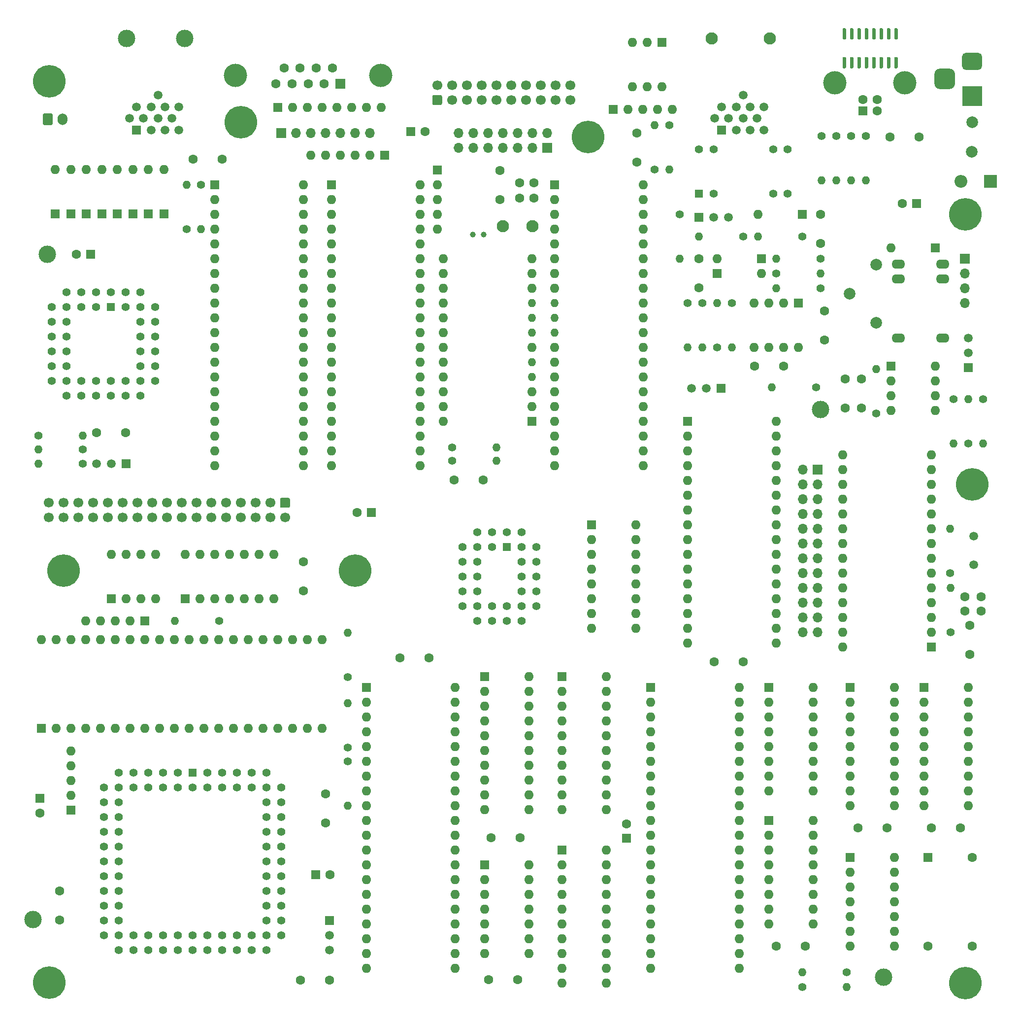
<source format=gbs>
%TF.GenerationSoftware,KiCad,Pcbnew,(5.1.12)-1*%
%TF.CreationDate,2023-01-19T18:01:59+01:00*%
%TF.ProjectId,TELESTRAT2,54454c45-5354-4524-9154-322e6b696361,2.0*%
%TF.SameCoordinates,PX1312d00PYe2accf0*%
%TF.FileFunction,Soldermask,Bot*%
%TF.FilePolarity,Negative*%
%FSLAX46Y46*%
G04 Gerber Fmt 4.6, Leading zero omitted, Abs format (unit mm)*
G04 Created by KiCad (PCBNEW (5.1.12)-1) date 2023-01-19 18:01:59*
%MOMM*%
%LPD*%
G01*
G04 APERTURE LIST*
%ADD10C,1.600000*%
%ADD11O,1.600000X1.600000*%
%ADD12R,1.600000X1.600000*%
%ADD13C,4.000000*%
%ADD14C,2.000000*%
%ADD15C,1.000000*%
%ADD16C,2.100000*%
%ADD17O,1.400000X1.400000*%
%ADD18C,1.400000*%
%ADD19C,1.422400*%
%ADD20R,1.422400X1.422400*%
%ADD21C,3.000000*%
%ADD22O,1.700000X1.700000*%
%ADD23R,1.700000X1.700000*%
%ADD24C,5.600000*%
%ADD25R,1.500000X1.500000*%
%ADD26C,1.500000*%
%ADD27R,1.508000X1.508000*%
%ADD28C,1.508000*%
%ADD29O,2.300000X1.600000*%
%ADD30O,1.700000X2.000000*%
%ADD31O,2.200000X2.200000*%
%ADD32R,2.200000X2.200000*%
%ADD33R,1.400000X1.400000*%
%ADD34R,3.500000X3.500000*%
%ADD35C,1.700000*%
G04 APERTURE END LIST*
D10*
%TO.C,C36*%
X145735000Y103701000D03*
X145735000Y108701000D03*
%TD*%
%TO.C,C35*%
X53660000Y32407000D03*
X53660000Y37407000D03*
%TD*%
D11*
%TO.C,RN5*%
X9845000Y44773000D03*
X9845000Y42233000D03*
X9845000Y39693000D03*
X9845000Y37153000D03*
D12*
X9845000Y34613000D03*
%TD*%
D10*
%TO.C,C28*%
X105349000Y32287000D03*
D12*
X105349000Y29787000D03*
%TD*%
D10*
%TO.C,C2*%
X166309000Y68816000D03*
X166309000Y71316000D03*
%TD*%
D13*
%TO.C,J6*%
X141239000Y159615000D03*
X153239000Y159615000D03*
D10*
X145989000Y156755000D03*
X148489000Y156755000D03*
X148489000Y154755000D03*
D12*
X145989000Y154755000D03*
%TD*%
D10*
%TO.C,C32*%
X89474000Y139769000D03*
X86974000Y139769000D03*
%TD*%
D11*
%TO.C,SW1*%
X111445000Y158946000D03*
X106365000Y166566000D03*
X108905000Y158946000D03*
X108905000Y166566000D03*
X106365000Y158946000D03*
D12*
X111445000Y166566000D03*
%TD*%
D14*
%TO.C,BT1*%
X143775000Y123386000D03*
X148275000Y118386000D03*
X148275000Y128386000D03*
%TD*%
D15*
%TO.C,Y2*%
X78938000Y133546000D03*
X80838000Y133546000D03*
%TD*%
D16*
%TO.C,C31*%
X84140000Y134943000D03*
X89220000Y134943000D03*
%TD*%
D17*
%TO.C,R35*%
X130368000Y107257000D03*
D18*
X137988000Y107257000D03*
%TD*%
D10*
%TO.C,C33*%
X89474000Y142436000D03*
X86974000Y142436000D03*
%TD*%
D11*
%TO.C,U27*%
X73853000Y101415000D03*
X89093000Y129355000D03*
X73853000Y103955000D03*
X89093000Y126815000D03*
X73853000Y106495000D03*
X89093000Y124275000D03*
X73853000Y109035000D03*
D17*
X89093000Y121735000D03*
D11*
X73853000Y111575000D03*
D17*
X89093000Y119195000D03*
D11*
X73853000Y114115000D03*
D17*
X89093000Y116655000D03*
D11*
X73853000Y116655000D03*
X89093000Y114115000D03*
X73853000Y119195000D03*
D17*
X89093000Y111575000D03*
D11*
X73853000Y121735000D03*
D17*
X89093000Y109035000D03*
D11*
X73853000Y124275000D03*
X89093000Y106495000D03*
X73853000Y126815000D03*
X89093000Y103955000D03*
X73853000Y129355000D03*
D12*
X89093000Y101415000D03*
%TD*%
D11*
%TO.C,U6*%
X69916000Y142055000D03*
X54676000Y93795000D03*
X69916000Y139515000D03*
X54676000Y96335000D03*
X69916000Y136975000D03*
X54676000Y98875000D03*
X69916000Y134435000D03*
X54676000Y101415000D03*
X69916000Y131895000D03*
X54676000Y103955000D03*
X69916000Y129355000D03*
X54676000Y106495000D03*
X69916000Y126815000D03*
X54676000Y109035000D03*
X69916000Y124275000D03*
X54676000Y111575000D03*
X69916000Y121735000D03*
X54676000Y114115000D03*
X69916000Y119195000D03*
X54676000Y116655000D03*
X69916000Y116655000D03*
X54676000Y119195000D03*
X69916000Y114115000D03*
X54676000Y121735000D03*
X69916000Y111575000D03*
X54676000Y124275000D03*
X69916000Y109035000D03*
X54676000Y126815000D03*
X69916000Y106495000D03*
X54676000Y129355000D03*
X69916000Y103955000D03*
X54676000Y131895000D03*
X69916000Y101415000D03*
X54676000Y134435000D03*
X69916000Y98875000D03*
X54676000Y136975000D03*
X69916000Y96335000D03*
X54676000Y139515000D03*
X69916000Y93795000D03*
D12*
X54676000Y142055000D03*
%TD*%
D17*
%TO.C,R6*%
X160975000Y83000000D03*
D18*
X160975000Y75380000D03*
%TD*%
D10*
%TO.C,C1*%
X163515000Y68816000D03*
X163515000Y71316000D03*
%TD*%
D11*
%TO.C,D7*%
X25847000Y144722000D03*
D12*
X25847000Y137102000D03*
%TD*%
D17*
%TO.C,R10*%
X29784000Y142055000D03*
D18*
X29784000Y134435000D03*
%TD*%
D11*
%TO.C,D8*%
X9845000Y144722000D03*
D12*
X9845000Y137102000D03*
%TD*%
D11*
%TO.C,D6*%
X20513000Y144722000D03*
D12*
X20513000Y137102000D03*
%TD*%
D11*
%TO.C,D5*%
X15179000Y144722000D03*
D12*
X15179000Y137102000D03*
%TD*%
D11*
%TO.C,D4*%
X7178000Y144722000D03*
D12*
X7178000Y137102000D03*
%TD*%
D11*
%TO.C,D3*%
X23180000Y144722000D03*
D12*
X23180000Y137102000D03*
%TD*%
D11*
%TO.C,D2*%
X17846000Y144722000D03*
D12*
X17846000Y137102000D03*
%TD*%
D11*
%TO.C,D1*%
X12512000Y144722000D03*
D12*
X12512000Y137102000D03*
%TD*%
D10*
%TO.C,C27*%
X54422000Y23564000D03*
D12*
X51922000Y23564000D03*
%TD*%
D10*
%TO.C,C26*%
X59034000Y85794000D03*
D12*
X61534000Y85794000D03*
%TD*%
D19*
%TO.C,U16*%
X46040000Y36010000D03*
X46040000Y33470000D03*
X46040000Y30930000D03*
X46040000Y28390000D03*
X46040000Y25850000D03*
X46040000Y23310000D03*
X46040000Y20770000D03*
X46040000Y18230000D03*
X46040000Y15690000D03*
X46040000Y13150000D03*
X43500000Y36010000D03*
X43500000Y33470000D03*
X43500000Y30930000D03*
X43500000Y28390000D03*
X43500000Y25850000D03*
X43500000Y23310000D03*
X43500000Y20770000D03*
X43500000Y18230000D03*
X43500000Y15690000D03*
X43500000Y13150000D03*
X43500000Y10610000D03*
X40960000Y10610000D03*
X38420000Y10610000D03*
X35880000Y10610000D03*
X33340000Y10610000D03*
X30800000Y10610000D03*
X28260000Y10610000D03*
X25720000Y10610000D03*
X23180000Y10610000D03*
X20640000Y10610000D03*
X18100000Y10610000D03*
X40960000Y13150000D03*
X38420000Y13150000D03*
X35880000Y13150000D03*
X33340000Y13150000D03*
X30800000Y13150000D03*
X28260000Y13150000D03*
X25720000Y13150000D03*
X23180000Y13150000D03*
X20640000Y13150000D03*
X18100000Y13150000D03*
X15560000Y13150000D03*
X15560000Y15690000D03*
X15560000Y18230000D03*
X15560000Y20770000D03*
X15560000Y23310000D03*
X15560000Y25850000D03*
X15560000Y28390000D03*
X15560000Y30930000D03*
X15560000Y33470000D03*
X15560000Y36010000D03*
X15560000Y38550000D03*
X18100000Y15690000D03*
X18100000Y18230000D03*
X18100000Y20770000D03*
X18100000Y23310000D03*
X18100000Y25850000D03*
X18100000Y28390000D03*
X18100000Y30930000D03*
X18100000Y33470000D03*
X18100000Y36010000D03*
X18100000Y38550000D03*
X43500000Y41090000D03*
X40960000Y41090000D03*
X38420000Y41090000D03*
X35880000Y41090000D03*
X33340000Y41090000D03*
X18100000Y41090000D03*
X20640000Y41090000D03*
X23180000Y41090000D03*
X25720000Y41090000D03*
X28260000Y41090000D03*
D20*
X30800000Y41090000D03*
D19*
X46040000Y38550000D03*
X43500000Y38550000D03*
X40960000Y38550000D03*
X38420000Y38550000D03*
X35880000Y38550000D03*
X33340000Y38550000D03*
X20640000Y38550000D03*
X23180000Y38550000D03*
X25720000Y38550000D03*
X28260000Y38550000D03*
X30800000Y38550000D03*
%TD*%
D17*
%TO.C,R4*%
X57470000Y65093000D03*
D18*
X57470000Y57473000D03*
%TD*%
D21*
%TO.C,J1*%
X138750000Y103447000D03*
%TD*%
%TO.C,J3*%
X5781000Y130117000D03*
%TD*%
%TO.C,J2*%
X149545000Y5911000D03*
%TD*%
%TO.C,J4*%
X3368000Y15817000D03*
%TD*%
D11*
%TO.C,RN4*%
X113223000Y155009000D03*
X110683000Y155009000D03*
X108143000Y155009000D03*
X105603000Y155009000D03*
D12*
X103063000Y155009000D03*
%TD*%
D17*
%TO.C,R8*%
X4257000Y94176000D03*
D18*
X11877000Y94176000D03*
%TD*%
D22*
%TO.C,J10*%
X135702000Y65220000D03*
X138242000Y65220000D03*
X135702000Y67760000D03*
X138242000Y67760000D03*
X135702000Y70300000D03*
X138242000Y70300000D03*
X135702000Y72840000D03*
X138242000Y72840000D03*
X135702000Y75380000D03*
X138242000Y75380000D03*
X135702000Y77920000D03*
X138242000Y77920000D03*
X135702000Y80460000D03*
X138242000Y80460000D03*
X135702000Y83000000D03*
X138242000Y83000000D03*
X135702000Y85540000D03*
X138242000Y85540000D03*
X135702000Y88080000D03*
X138242000Y88080000D03*
X135702000Y90620000D03*
X138242000Y90620000D03*
X135702000Y93160000D03*
D23*
X138242000Y93160000D03*
%TD*%
D24*
%TO.C,H5*%
X164785000Y90620000D03*
%TD*%
D19*
%TO.C,U18*%
X89855000Y79825000D03*
X89855000Y77285000D03*
X89855000Y74745000D03*
X89855000Y72205000D03*
X87315000Y77285000D03*
X87315000Y74745000D03*
X87315000Y72205000D03*
X87315000Y69665000D03*
X87315000Y67125000D03*
X84775000Y67125000D03*
X82235000Y67125000D03*
X79695000Y67125000D03*
X89855000Y69665000D03*
X84775000Y69665000D03*
X82235000Y69665000D03*
X79695000Y69665000D03*
X77155000Y69665000D03*
X77155000Y72205000D03*
X77155000Y74745000D03*
X77155000Y77285000D03*
X77155000Y79825000D03*
X79695000Y72205000D03*
X79695000Y74745000D03*
X79695000Y77285000D03*
X79695000Y79825000D03*
X87315000Y82365000D03*
X84775000Y82365000D03*
X79695000Y82365000D03*
X82235000Y82365000D03*
X87315000Y79825000D03*
X82235000Y79825000D03*
D20*
X84775000Y79825000D03*
%TD*%
D22*
%TO.C,J5*%
X76520000Y150945000D03*
X76520000Y148405000D03*
X79060000Y150945000D03*
X79060000Y148405000D03*
X81600000Y150945000D03*
X81600000Y148405000D03*
X84140000Y150945000D03*
X84140000Y148405000D03*
X86680000Y150945000D03*
X86680000Y148405000D03*
X89220000Y150945000D03*
X89220000Y148405000D03*
X91760000Y150945000D03*
D23*
X91760000Y148405000D03*
%TD*%
D11*
%TO.C,RN1*%
X72837000Y134435000D03*
X72837000Y136975000D03*
X72837000Y139515000D03*
X72837000Y142055000D03*
D12*
X72837000Y144595000D03*
%TD*%
D24*
%TO.C,H6*%
X6162000Y5022000D03*
%TD*%
%TO.C,H9*%
X163642000Y4895000D03*
%TD*%
D17*
%TO.C,R15*%
X148275000Y110432000D03*
D18*
X148275000Y102812000D03*
%TD*%
D10*
%TO.C,C15*%
X142941000Y103701000D03*
X142941000Y108701000D03*
%TD*%
D13*
%TO.C,J12*%
X38166000Y160851000D03*
X63160000Y160851000D03*
D10*
X46505000Y162121000D03*
X49275000Y162121000D03*
X52045000Y162121000D03*
X54815000Y162121000D03*
X45120000Y159454000D03*
X47890000Y159454000D03*
X50660000Y159454000D03*
X53430000Y159454000D03*
D23*
X56200000Y159454000D03*
%TD*%
D25*
%TO.C,Q4*%
X121605000Y107130000D03*
D26*
X116525000Y107130000D03*
X119065000Y107130000D03*
%TD*%
D25*
%TO.C,Q3*%
X117795000Y136467000D03*
D26*
X122875000Y136467000D03*
X120335000Y136467000D03*
%TD*%
D25*
%TO.C,Q2*%
X164150000Y110686000D03*
D26*
X164150000Y115766000D03*
X164150000Y113226000D03*
%TD*%
D16*
%TO.C,J14*%
X120034000Y167201000D03*
X130034000Y167201000D03*
D27*
X121734000Y151501000D03*
D28*
X124234000Y151501000D03*
X126634000Y151501000D03*
X129034000Y151501000D03*
X120534000Y153501000D03*
X122934000Y153501000D03*
X125434000Y153501000D03*
X127834000Y153501000D03*
X121734000Y155501000D03*
X124234000Y155501000D03*
X126634000Y155501000D03*
X129034000Y155501000D03*
X125434000Y157501000D03*
%TD*%
D21*
%TO.C,J8*%
X19450000Y167201000D03*
X29450000Y167201000D03*
D27*
X21150000Y151501000D03*
D28*
X23650000Y151501000D03*
X26050000Y151501000D03*
X28450000Y151501000D03*
X19950000Y153501000D03*
X22350000Y153501000D03*
X24850000Y153501000D03*
X27250000Y153501000D03*
X21150000Y155501000D03*
X23650000Y155501000D03*
X26050000Y155501000D03*
X28450000Y155501000D03*
X24850000Y157501000D03*
%TD*%
D29*
%TO.C,K1*%
X159705000Y128466000D03*
X152085000Y128466000D03*
X159705000Y125926000D03*
X159705000Y115766000D03*
X152085000Y125926000D03*
X152085000Y115766000D03*
%TD*%
D17*
%TO.C,R21*%
X114493000Y129355000D03*
D18*
X114493000Y136975000D03*
%TD*%
D17*
%TO.C,R2*%
X82997000Y96970000D03*
D18*
X75377000Y96970000D03*
%TD*%
D25*
%TO.C,Q1*%
X19370000Y94176000D03*
D26*
X14290000Y94176000D03*
X16830000Y94176000D03*
%TD*%
D17*
%TO.C,R23*%
X143957000Y142817000D03*
D18*
X143957000Y150437000D03*
%TD*%
D17*
%TO.C,R22*%
X146497000Y142817000D03*
D18*
X146497000Y150437000D03*
%TD*%
D17*
%TO.C,R25*%
X141417000Y142817000D03*
D18*
X141417000Y150437000D03*
%TD*%
D17*
%TO.C,R24*%
X138877000Y142817000D03*
D18*
X138877000Y150437000D03*
%TD*%
D22*
%TO.C,J11*%
X61280000Y150945000D03*
X58740000Y150945000D03*
X56200000Y150945000D03*
X53660000Y150945000D03*
X51120000Y150945000D03*
X48580000Y150945000D03*
D23*
X46040000Y150945000D03*
%TD*%
D24*
%TO.C,H2*%
X39055000Y152850000D03*
%TD*%
%TO.C,H1*%
X98745000Y150310000D03*
%TD*%
D10*
%TO.C,C23*%
X10774000Y130117000D03*
D12*
X13274000Y130117000D03*
%TD*%
D17*
%TO.C,R12*%
X32197000Y134435000D03*
D18*
X32197000Y142055000D03*
%TD*%
D10*
%TO.C,C8*%
X30880000Y146500000D03*
X35880000Y146500000D03*
%TD*%
%TO.C,C22*%
X75711000Y91382000D03*
X80711000Y91382000D03*
%TD*%
D17*
%TO.C,R11*%
X4257000Y96589000D03*
D18*
X11877000Y96589000D03*
%TD*%
D17*
%TO.C,R9*%
X11877000Y99002000D03*
D18*
X4257000Y99002000D03*
%TD*%
D10*
%TO.C,C6*%
X49850000Y72285000D03*
X49850000Y77285000D03*
%TD*%
%TO.C,C5*%
X120415000Y60140000D03*
X125415000Y60140000D03*
%TD*%
%TO.C,C4*%
X164404000Y61363000D03*
X164404000Y66363000D03*
%TD*%
D24*
%TO.C,H4*%
X58740000Y75761000D03*
%TD*%
%TO.C,H3*%
X8575000Y75761000D03*
%TD*%
D17*
%TO.C,R32*%
X27752000Y67125000D03*
D18*
X35372000Y67125000D03*
%TD*%
D19*
%TO.C,U10*%
X24323000Y121100000D03*
X24323000Y118560000D03*
X24323000Y116020000D03*
X24323000Y113480000D03*
X24323000Y110940000D03*
X21783000Y123640000D03*
X21783000Y118560000D03*
X21783000Y116020000D03*
X21783000Y113480000D03*
X21783000Y110940000D03*
X21783000Y108400000D03*
X21783000Y105860000D03*
X19243000Y105860000D03*
X16703000Y105860000D03*
X14163000Y105860000D03*
X11623000Y105860000D03*
X9083000Y105860000D03*
X24323000Y108400000D03*
X19243000Y108400000D03*
X16703000Y108400000D03*
X14163000Y108400000D03*
X11623000Y108400000D03*
X9083000Y108400000D03*
X6543000Y108400000D03*
X6543000Y110940000D03*
X6543000Y113480000D03*
X6543000Y116020000D03*
X6543000Y118560000D03*
X6543000Y121100000D03*
X9083000Y110940000D03*
X9083000Y113480000D03*
X9083000Y116020000D03*
X9083000Y118560000D03*
X9083000Y121100000D03*
X19243000Y123640000D03*
X16703000Y123640000D03*
X9083000Y123640000D03*
X11623000Y123640000D03*
X14163000Y123640000D03*
X21783000Y121100000D03*
X19243000Y121100000D03*
X11623000Y121100000D03*
X14163000Y121100000D03*
D20*
X16703000Y121100000D03*
%TD*%
D17*
%TO.C,R30*%
X131130000Y124275000D03*
D18*
X138750000Y124275000D03*
%TD*%
D17*
%TO.C,R36*%
X115890000Y114115000D03*
D18*
X115890000Y121735000D03*
%TD*%
D17*
%TO.C,R34*%
X118430000Y114115000D03*
D18*
X118430000Y121735000D03*
%TD*%
D17*
%TO.C,R33*%
X120970000Y121735000D03*
D18*
X120970000Y114115000D03*
%TD*%
D17*
%TO.C,R31*%
X123510000Y114115000D03*
D18*
X123510000Y121735000D03*
%TD*%
D17*
%TO.C,R29*%
X138750000Y126815000D03*
D18*
X131130000Y126815000D03*
%TD*%
D17*
%TO.C,R27*%
X117795000Y133165000D03*
D18*
X125415000Y133165000D03*
%TD*%
D17*
%TO.C,R26*%
X127955000Y133165000D03*
D18*
X135575000Y133165000D03*
%TD*%
D17*
%TO.C,R28*%
X131130000Y129355000D03*
D18*
X138750000Y129355000D03*
%TD*%
D17*
%TO.C,R3*%
X57470000Y53028000D03*
D18*
X57470000Y45408000D03*
%TD*%
D17*
%TO.C,R20*%
X110175000Y152342000D03*
D18*
X110175000Y144722000D03*
%TD*%
D17*
%TO.C,R19*%
X112715000Y144722000D03*
D18*
X112715000Y152342000D03*
%TD*%
D11*
%TO.C,U25*%
X151450000Y55695000D03*
X143830000Y35375000D03*
X151450000Y53155000D03*
X143830000Y37915000D03*
X151450000Y50615000D03*
X143830000Y40455000D03*
X151450000Y48075000D03*
X143830000Y42995000D03*
X151450000Y45535000D03*
X143830000Y45535000D03*
X151450000Y42995000D03*
X143830000Y48075000D03*
X151450000Y40455000D03*
X143830000Y50615000D03*
X151450000Y37915000D03*
X143830000Y53155000D03*
X151450000Y35375000D03*
D12*
X143830000Y55695000D03*
%TD*%
D11*
%TO.C,U24*%
X164150000Y55695000D03*
X156530000Y35375000D03*
X164150000Y53155000D03*
X156530000Y37915000D03*
X164150000Y50615000D03*
X156530000Y40455000D03*
X164150000Y48075000D03*
X156530000Y42995000D03*
X164150000Y45535000D03*
X156530000Y45535000D03*
X164150000Y42995000D03*
X156530000Y48075000D03*
X164150000Y40455000D03*
X156530000Y50615000D03*
X164150000Y37915000D03*
X156530000Y53155000D03*
X164150000Y35375000D03*
D12*
X156530000Y55695000D03*
%TD*%
D17*
%TO.C,R14*%
X164150000Y105225000D03*
D18*
X164150000Y97605000D03*
%TD*%
D17*
%TO.C,R16*%
X161610000Y97605000D03*
D18*
X161610000Y105225000D03*
%TD*%
D17*
%TO.C,R13*%
X166690000Y97605000D03*
D18*
X166690000Y105225000D03*
%TD*%
D25*
%TO.C,U7*%
X54295000Y15690000D03*
D26*
X54295000Y10610000D03*
X54295000Y13150000D03*
%TD*%
D22*
%TO.C,J7*%
X163515000Y121735000D03*
X163515000Y124275000D03*
X163515000Y126815000D03*
D23*
X163515000Y129355000D03*
%TD*%
D30*
%TO.C,J15*%
X8408000Y153358000D03*
G36*
G01*
X5058000Y152608000D02*
X5058000Y154108000D01*
G75*
G02*
X5308000Y154358000I250000J0D01*
G01*
X6508000Y154358000D01*
G75*
G02*
X6758000Y154108000I0J-250000D01*
G01*
X6758000Y152608000D01*
G75*
G02*
X6508000Y152358000I-250000J0D01*
G01*
X5308000Y152358000D01*
G75*
G02*
X5058000Y152608000I0J250000D01*
G01*
G37*
%TD*%
D14*
%TO.C,F1*%
X164775000Y147770000D03*
X164785000Y152850000D03*
%TD*%
D31*
%TO.C,D10*%
X162880000Y142690000D03*
D32*
X167960000Y142690000D03*
%TD*%
D11*
%TO.C,RN3*%
X51120000Y147135000D03*
X53660000Y147135000D03*
X56200000Y147135000D03*
X58740000Y147135000D03*
X61280000Y147135000D03*
D12*
X63820000Y147135000D03*
%TD*%
D11*
%TO.C,RN2*%
X63185000Y155390000D03*
X60645000Y155390000D03*
X58105000Y155390000D03*
X55565000Y155390000D03*
X53025000Y155390000D03*
X50485000Y155390000D03*
X47945000Y155390000D03*
D12*
X45405000Y155390000D03*
%TD*%
D10*
%TO.C,C25*%
X4511000Y34145000D03*
D12*
X4511000Y36645000D03*
%TD*%
D10*
%TO.C,C21*%
X54295000Y5403000D03*
X49295000Y5403000D03*
%TD*%
%TO.C,C20*%
X19290000Y99510000D03*
X14290000Y99510000D03*
%TD*%
%TO.C,C19*%
X139385000Y120385000D03*
X139385000Y115385000D03*
%TD*%
%TO.C,C18*%
X83632000Y139515000D03*
X83632000Y144515000D03*
%TD*%
%TO.C,C17*%
X86680000Y5530000D03*
X81680000Y5530000D03*
%TD*%
%TO.C,C16*%
X71440000Y60775000D03*
X66440000Y60775000D03*
%TD*%
%TO.C,C14*%
X7940000Y15770000D03*
X7940000Y20770000D03*
%TD*%
%TO.C,C13*%
X136130000Y11245000D03*
X131130000Y11245000D03*
%TD*%
%TO.C,C12*%
X82061000Y29914000D03*
X87061000Y29914000D03*
%TD*%
%TO.C,C10*%
X150180000Y31565000D03*
X145180000Y31565000D03*
%TD*%
%TO.C,C7*%
X162800000Y31565000D03*
X157800000Y31565000D03*
%TD*%
D17*
%TO.C,R5*%
X82997000Y94684000D03*
D18*
X75377000Y94684000D03*
%TD*%
%TO.C,U9*%
G36*
G01*
X142664000Y164050000D02*
X142964000Y164050000D01*
G75*
G02*
X143114000Y163900000I0J-150000D01*
G01*
X143114000Y162250000D01*
G75*
G02*
X142964000Y162100000I-150000J0D01*
G01*
X142664000Y162100000D01*
G75*
G02*
X142514000Y162250000I0J150000D01*
G01*
X142514000Y163900000D01*
G75*
G02*
X142664000Y164050000I150000J0D01*
G01*
G37*
G36*
G01*
X143934000Y164050000D02*
X144234000Y164050000D01*
G75*
G02*
X144384000Y163900000I0J-150000D01*
G01*
X144384000Y162250000D01*
G75*
G02*
X144234000Y162100000I-150000J0D01*
G01*
X143934000Y162100000D01*
G75*
G02*
X143784000Y162250000I0J150000D01*
G01*
X143784000Y163900000D01*
G75*
G02*
X143934000Y164050000I150000J0D01*
G01*
G37*
G36*
G01*
X145204000Y164050000D02*
X145504000Y164050000D01*
G75*
G02*
X145654000Y163900000I0J-150000D01*
G01*
X145654000Y162250000D01*
G75*
G02*
X145504000Y162100000I-150000J0D01*
G01*
X145204000Y162100000D01*
G75*
G02*
X145054000Y162250000I0J150000D01*
G01*
X145054000Y163900000D01*
G75*
G02*
X145204000Y164050000I150000J0D01*
G01*
G37*
G36*
G01*
X146474000Y164050000D02*
X146774000Y164050000D01*
G75*
G02*
X146924000Y163900000I0J-150000D01*
G01*
X146924000Y162250000D01*
G75*
G02*
X146774000Y162100000I-150000J0D01*
G01*
X146474000Y162100000D01*
G75*
G02*
X146324000Y162250000I0J150000D01*
G01*
X146324000Y163900000D01*
G75*
G02*
X146474000Y164050000I150000J0D01*
G01*
G37*
G36*
G01*
X147744000Y164050000D02*
X148044000Y164050000D01*
G75*
G02*
X148194000Y163900000I0J-150000D01*
G01*
X148194000Y162250000D01*
G75*
G02*
X148044000Y162100000I-150000J0D01*
G01*
X147744000Y162100000D01*
G75*
G02*
X147594000Y162250000I0J150000D01*
G01*
X147594000Y163900000D01*
G75*
G02*
X147744000Y164050000I150000J0D01*
G01*
G37*
G36*
G01*
X149014000Y164050000D02*
X149314000Y164050000D01*
G75*
G02*
X149464000Y163900000I0J-150000D01*
G01*
X149464000Y162250000D01*
G75*
G02*
X149314000Y162100000I-150000J0D01*
G01*
X149014000Y162100000D01*
G75*
G02*
X148864000Y162250000I0J150000D01*
G01*
X148864000Y163900000D01*
G75*
G02*
X149014000Y164050000I150000J0D01*
G01*
G37*
G36*
G01*
X150284000Y164050000D02*
X150584000Y164050000D01*
G75*
G02*
X150734000Y163900000I0J-150000D01*
G01*
X150734000Y162250000D01*
G75*
G02*
X150584000Y162100000I-150000J0D01*
G01*
X150284000Y162100000D01*
G75*
G02*
X150134000Y162250000I0J150000D01*
G01*
X150134000Y163900000D01*
G75*
G02*
X150284000Y164050000I150000J0D01*
G01*
G37*
G36*
G01*
X151554000Y164050000D02*
X151854000Y164050000D01*
G75*
G02*
X152004000Y163900000I0J-150000D01*
G01*
X152004000Y162250000D01*
G75*
G02*
X151854000Y162100000I-150000J0D01*
G01*
X151554000Y162100000D01*
G75*
G02*
X151404000Y162250000I0J150000D01*
G01*
X151404000Y163900000D01*
G75*
G02*
X151554000Y164050000I150000J0D01*
G01*
G37*
G36*
G01*
X151554000Y169000000D02*
X151854000Y169000000D01*
G75*
G02*
X152004000Y168850000I0J-150000D01*
G01*
X152004000Y167200000D01*
G75*
G02*
X151854000Y167050000I-150000J0D01*
G01*
X151554000Y167050000D01*
G75*
G02*
X151404000Y167200000I0J150000D01*
G01*
X151404000Y168850000D01*
G75*
G02*
X151554000Y169000000I150000J0D01*
G01*
G37*
G36*
G01*
X150284000Y169000000D02*
X150584000Y169000000D01*
G75*
G02*
X150734000Y168850000I0J-150000D01*
G01*
X150734000Y167200000D01*
G75*
G02*
X150584000Y167050000I-150000J0D01*
G01*
X150284000Y167050000D01*
G75*
G02*
X150134000Y167200000I0J150000D01*
G01*
X150134000Y168850000D01*
G75*
G02*
X150284000Y169000000I150000J0D01*
G01*
G37*
G36*
G01*
X149014000Y169000000D02*
X149314000Y169000000D01*
G75*
G02*
X149464000Y168850000I0J-150000D01*
G01*
X149464000Y167200000D01*
G75*
G02*
X149314000Y167050000I-150000J0D01*
G01*
X149014000Y167050000D01*
G75*
G02*
X148864000Y167200000I0J150000D01*
G01*
X148864000Y168850000D01*
G75*
G02*
X149014000Y169000000I150000J0D01*
G01*
G37*
G36*
G01*
X147744000Y169000000D02*
X148044000Y169000000D01*
G75*
G02*
X148194000Y168850000I0J-150000D01*
G01*
X148194000Y167200000D01*
G75*
G02*
X148044000Y167050000I-150000J0D01*
G01*
X147744000Y167050000D01*
G75*
G02*
X147594000Y167200000I0J150000D01*
G01*
X147594000Y168850000D01*
G75*
G02*
X147744000Y169000000I150000J0D01*
G01*
G37*
G36*
G01*
X146474000Y169000000D02*
X146774000Y169000000D01*
G75*
G02*
X146924000Y168850000I0J-150000D01*
G01*
X146924000Y167200000D01*
G75*
G02*
X146774000Y167050000I-150000J0D01*
G01*
X146474000Y167050000D01*
G75*
G02*
X146324000Y167200000I0J150000D01*
G01*
X146324000Y168850000D01*
G75*
G02*
X146474000Y169000000I150000J0D01*
G01*
G37*
G36*
G01*
X145204000Y169000000D02*
X145504000Y169000000D01*
G75*
G02*
X145654000Y168850000I0J-150000D01*
G01*
X145654000Y167200000D01*
G75*
G02*
X145504000Y167050000I-150000J0D01*
G01*
X145204000Y167050000D01*
G75*
G02*
X145054000Y167200000I0J150000D01*
G01*
X145054000Y168850000D01*
G75*
G02*
X145204000Y169000000I150000J0D01*
G01*
G37*
G36*
G01*
X143934000Y169000000D02*
X144234000Y169000000D01*
G75*
G02*
X144384000Y168850000I0J-150000D01*
G01*
X144384000Y167200000D01*
G75*
G02*
X144234000Y167050000I-150000J0D01*
G01*
X143934000Y167050000D01*
G75*
G02*
X143784000Y167200000I0J150000D01*
G01*
X143784000Y168850000D01*
G75*
G02*
X143934000Y169000000I150000J0D01*
G01*
G37*
G36*
G01*
X142664000Y169000000D02*
X142964000Y169000000D01*
G75*
G02*
X143114000Y168850000I0J-150000D01*
G01*
X143114000Y167200000D01*
G75*
G02*
X142964000Y167050000I-150000J0D01*
G01*
X142664000Y167050000D01*
G75*
G02*
X142514000Y167200000I0J150000D01*
G01*
X142514000Y168850000D01*
G75*
G02*
X142664000Y169000000I150000J0D01*
G01*
G37*
%TD*%
D10*
%TO.C,C3*%
X155688000Y150310000D03*
X150688000Y150310000D03*
%TD*%
D17*
%TO.C,R7*%
X161102000Y72840000D03*
D18*
X161102000Y65220000D03*
%TD*%
D11*
%TO.C,U3*%
X142560000Y62680000D03*
X157800000Y95700000D03*
X142560000Y65220000D03*
X157800000Y93160000D03*
X142560000Y67760000D03*
X157800000Y90620000D03*
X142560000Y70300000D03*
X157800000Y88080000D03*
X142560000Y72840000D03*
X157800000Y85540000D03*
X142560000Y75380000D03*
X157800000Y83000000D03*
X142560000Y77920000D03*
X157800000Y80460000D03*
X142560000Y80460000D03*
X157800000Y77920000D03*
X142560000Y83000000D03*
X157800000Y75380000D03*
X142560000Y85540000D03*
X157800000Y72840000D03*
X142560000Y88080000D03*
X157800000Y70300000D03*
X142560000Y90620000D03*
X157800000Y67760000D03*
X142560000Y93160000D03*
X157800000Y65220000D03*
X142560000Y95700000D03*
D12*
X157800000Y62680000D03*
%TD*%
D17*
%TO.C,R1*%
X57470000Y35375000D03*
D18*
X57470000Y42995000D03*
%TD*%
D11*
%TO.C,U21*%
X131130000Y101415000D03*
X115890000Y63315000D03*
X131130000Y98875000D03*
X115890000Y65855000D03*
X131130000Y96335000D03*
X115890000Y68395000D03*
X131130000Y93795000D03*
X115890000Y70935000D03*
X131130000Y91255000D03*
X115890000Y73475000D03*
X131130000Y88715000D03*
X115890000Y76015000D03*
X131130000Y86175000D03*
X115890000Y78555000D03*
X131130000Y83635000D03*
X115890000Y81095000D03*
X131130000Y81095000D03*
X115890000Y83635000D03*
X131130000Y78555000D03*
X115890000Y86175000D03*
X131130000Y76015000D03*
X115890000Y88715000D03*
X131130000Y73475000D03*
X115890000Y91255000D03*
X131130000Y70935000D03*
X115890000Y93795000D03*
X131130000Y68395000D03*
X115890000Y96335000D03*
X131130000Y65855000D03*
X115890000Y98875000D03*
X131130000Y63315000D03*
D12*
X115890000Y101415000D03*
%TD*%
D26*
%TO.C,Y1*%
X165039000Y76850000D03*
X165039000Y81730000D03*
%TD*%
D10*
%TO.C,X1*%
X157165000Y11245000D03*
X164785000Y11245000D03*
X164785000Y26485000D03*
D12*
X157165000Y26485000D03*
%TD*%
D11*
%TO.C,U28*%
X16830000Y78555000D03*
X24450000Y70935000D03*
X19370000Y78555000D03*
X21910000Y70935000D03*
X21910000Y78555000D03*
X19370000Y70935000D03*
X24450000Y78555000D03*
D12*
X16830000Y70935000D03*
%TD*%
D11*
%TO.C,U22*%
X29530000Y78555000D03*
X44770000Y70935000D03*
X32070000Y78555000D03*
X42230000Y70935000D03*
X34610000Y78555000D03*
X39690000Y70935000D03*
X37150000Y78555000D03*
X37150000Y70935000D03*
X39690000Y78555000D03*
X34610000Y70935000D03*
X42230000Y78555000D03*
X32070000Y70935000D03*
X44770000Y78555000D03*
D12*
X29530000Y70935000D03*
%TD*%
D11*
%TO.C,U26*%
X4765000Y63950000D03*
X53025000Y48710000D03*
X7305000Y63950000D03*
X50485000Y48710000D03*
X9845000Y63950000D03*
X47945000Y48710000D03*
X12385000Y63950000D03*
X45405000Y48710000D03*
X14925000Y63950000D03*
X42865000Y48710000D03*
X17465000Y63950000D03*
X40325000Y48710000D03*
X20005000Y63950000D03*
X37785000Y48710000D03*
X22545000Y63950000D03*
X35245000Y48710000D03*
X25085000Y63950000D03*
X32705000Y48710000D03*
X27625000Y63950000D03*
X30165000Y48710000D03*
X30165000Y63950000D03*
X27625000Y48710000D03*
X32705000Y63950000D03*
X25085000Y48710000D03*
X35245000Y63950000D03*
X22545000Y48710000D03*
X37785000Y63950000D03*
X20005000Y48710000D03*
X40325000Y63950000D03*
X17465000Y48710000D03*
X42865000Y63950000D03*
X14925000Y48710000D03*
X45405000Y63950000D03*
X12385000Y48710000D03*
X47945000Y63950000D03*
X9845000Y48710000D03*
X50485000Y63950000D03*
X7305000Y48710000D03*
X53025000Y63950000D03*
D12*
X4765000Y48710000D03*
%TD*%
D11*
%TO.C,U20*%
X137480000Y55695000D03*
X129860000Y37915000D03*
X137480000Y53155000D03*
X129860000Y40455000D03*
X137480000Y50615000D03*
X129860000Y42995000D03*
X137480000Y48075000D03*
X129860000Y45535000D03*
X137480000Y45535000D03*
X129860000Y48075000D03*
X137480000Y42995000D03*
X129860000Y50615000D03*
X137480000Y40455000D03*
X129860000Y53155000D03*
X137480000Y37915000D03*
D12*
X129860000Y55695000D03*
%TD*%
D11*
%TO.C,U19*%
X137480000Y32835000D03*
X129860000Y15055000D03*
X137480000Y30295000D03*
X129860000Y17595000D03*
X137480000Y27755000D03*
X129860000Y20135000D03*
X137480000Y25215000D03*
X129860000Y22675000D03*
X137480000Y22675000D03*
X129860000Y25215000D03*
X137480000Y20135000D03*
X129860000Y27755000D03*
X137480000Y17595000D03*
X129860000Y30295000D03*
X137480000Y15055000D03*
D12*
X129860000Y32835000D03*
%TD*%
D11*
%TO.C,U17*%
X151450000Y26485000D03*
X143830000Y11245000D03*
X151450000Y23945000D03*
X143830000Y13785000D03*
X151450000Y21405000D03*
X143830000Y16325000D03*
X151450000Y18865000D03*
X143830000Y18865000D03*
X151450000Y16325000D03*
X143830000Y21405000D03*
X151450000Y13785000D03*
X143830000Y23945000D03*
X151450000Y11245000D03*
D12*
X143830000Y26485000D03*
%TD*%
D11*
%TO.C,U15*%
X107000000Y83635000D03*
X99380000Y65855000D03*
X107000000Y81095000D03*
X99380000Y68395000D03*
X107000000Y78555000D03*
X99380000Y70935000D03*
X107000000Y76015000D03*
X99380000Y73475000D03*
X107000000Y73475000D03*
X99380000Y76015000D03*
X107000000Y70935000D03*
X99380000Y78555000D03*
X107000000Y68395000D03*
X99380000Y81095000D03*
X107000000Y65855000D03*
D12*
X99380000Y83635000D03*
%TD*%
D11*
%TO.C,U14*%
X124780000Y55695000D03*
X109540000Y7435000D03*
X124780000Y53155000D03*
X109540000Y9975000D03*
X124780000Y50615000D03*
X109540000Y12515000D03*
X124780000Y48075000D03*
X109540000Y15055000D03*
X124780000Y45535000D03*
X109540000Y17595000D03*
X124780000Y42995000D03*
X109540000Y20135000D03*
X124780000Y40455000D03*
X109540000Y22675000D03*
X124780000Y37915000D03*
X109540000Y25215000D03*
X124780000Y35375000D03*
X109540000Y27755000D03*
X124780000Y32835000D03*
X109540000Y30295000D03*
X124780000Y30295000D03*
X109540000Y32835000D03*
X124780000Y27755000D03*
X109540000Y35375000D03*
X124780000Y25215000D03*
X109540000Y37915000D03*
X124780000Y22675000D03*
X109540000Y40455000D03*
X124780000Y20135000D03*
X109540000Y42995000D03*
X124780000Y17595000D03*
X109540000Y45535000D03*
X124780000Y15055000D03*
X109540000Y48075000D03*
X124780000Y12515000D03*
X109540000Y50615000D03*
X124780000Y9975000D03*
X109540000Y53155000D03*
X124780000Y7435000D03*
D12*
X109540000Y55695000D03*
%TD*%
D11*
%TO.C,U12*%
X88585000Y57600000D03*
X80965000Y34740000D03*
X88585000Y55060000D03*
X80965000Y37280000D03*
X88585000Y52520000D03*
X80965000Y39820000D03*
X88585000Y49980000D03*
X80965000Y42360000D03*
X88585000Y47440000D03*
X80965000Y44900000D03*
X88585000Y44900000D03*
X80965000Y47440000D03*
X88585000Y42360000D03*
X80965000Y49980000D03*
X88585000Y39820000D03*
X80965000Y52520000D03*
X88585000Y37280000D03*
X80965000Y55060000D03*
X88585000Y34740000D03*
D12*
X80965000Y57600000D03*
%TD*%
D11*
%TO.C,U2*%
X108270000Y142055000D03*
X93030000Y93795000D03*
X108270000Y139515000D03*
X93030000Y96335000D03*
X108270000Y136975000D03*
X93030000Y98875000D03*
X108270000Y134435000D03*
X93030000Y101415000D03*
X108270000Y131895000D03*
X93030000Y103955000D03*
X108270000Y129355000D03*
X93030000Y106495000D03*
X108270000Y126815000D03*
X93030000Y109035000D03*
X108270000Y124275000D03*
X93030000Y111575000D03*
X108270000Y121735000D03*
X93030000Y114115000D03*
X108270000Y119195000D03*
D17*
X93030000Y116655000D03*
D11*
X108270000Y116655000D03*
D17*
X93030000Y119195000D03*
D11*
X108270000Y114115000D03*
D17*
X93030000Y121735000D03*
D11*
X108270000Y111575000D03*
X93030000Y124275000D03*
X108270000Y109035000D03*
X93030000Y126815000D03*
X108270000Y106495000D03*
X93030000Y129355000D03*
X108270000Y103955000D03*
X93030000Y131895000D03*
X108270000Y101415000D03*
X93030000Y134435000D03*
X108270000Y98875000D03*
X93030000Y136975000D03*
X108270000Y96335000D03*
X93030000Y139515000D03*
X108270000Y93795000D03*
D12*
X93030000Y142055000D03*
%TD*%
D11*
%TO.C,U8*%
X101920000Y57600000D03*
X94300000Y34740000D03*
X101920000Y55060000D03*
X94300000Y37280000D03*
X101920000Y52520000D03*
X94300000Y39820000D03*
X101920000Y49980000D03*
X94300000Y42360000D03*
X101920000Y47440000D03*
X94300000Y44900000D03*
X101920000Y44900000D03*
X94300000Y47440000D03*
X101920000Y42360000D03*
X94300000Y49980000D03*
X101920000Y39820000D03*
X94300000Y52520000D03*
X101920000Y37280000D03*
X94300000Y55060000D03*
X101920000Y34740000D03*
D12*
X94300000Y57600000D03*
%TD*%
D11*
%TO.C,U11*%
X49850000Y142055000D03*
X34610000Y93795000D03*
X49850000Y139515000D03*
X34610000Y96335000D03*
X49850000Y136975000D03*
X34610000Y98875000D03*
X49850000Y134435000D03*
X34610000Y101415000D03*
X49850000Y131895000D03*
X34610000Y103955000D03*
X49850000Y129355000D03*
X34610000Y106495000D03*
X49850000Y126815000D03*
X34610000Y109035000D03*
X49850000Y124275000D03*
X34610000Y111575000D03*
X49850000Y121735000D03*
X34610000Y114115000D03*
X49850000Y119195000D03*
X34610000Y116655000D03*
X49850000Y116655000D03*
X34610000Y119195000D03*
X49850000Y114115000D03*
X34610000Y121735000D03*
X49850000Y111575000D03*
X34610000Y124275000D03*
X49850000Y109035000D03*
X34610000Y126815000D03*
X49850000Y106495000D03*
X34610000Y129355000D03*
X49850000Y103955000D03*
X34610000Y131895000D03*
X49850000Y101415000D03*
X34610000Y134435000D03*
X49850000Y98875000D03*
X34610000Y136975000D03*
X49850000Y96335000D03*
X34610000Y139515000D03*
X49850000Y93795000D03*
D12*
X34610000Y142055000D03*
%TD*%
D11*
%TO.C,U5*%
X101920000Y27755000D03*
X94300000Y4895000D03*
X101920000Y25215000D03*
X94300000Y7435000D03*
X101920000Y22675000D03*
X94300000Y9975000D03*
X101920000Y20135000D03*
X94300000Y12515000D03*
X101920000Y17595000D03*
X94300000Y15055000D03*
X101920000Y15055000D03*
X94300000Y17595000D03*
X101920000Y12515000D03*
X94300000Y20135000D03*
X101920000Y9975000D03*
X94300000Y22675000D03*
X101920000Y7435000D03*
X94300000Y25215000D03*
X101920000Y4895000D03*
D12*
X94300000Y27755000D03*
%TD*%
D11*
%TO.C,U23*%
X134940000Y114115000D03*
X127320000Y121735000D03*
X132400000Y114115000D03*
X129860000Y121735000D03*
X129860000Y114115000D03*
X132400000Y121735000D03*
X127320000Y114115000D03*
D12*
X134940000Y121735000D03*
%TD*%
D11*
%TO.C,U4*%
X75885000Y55695000D03*
X60645000Y7435000D03*
X75885000Y53155000D03*
X60645000Y9975000D03*
X75885000Y50615000D03*
X60645000Y12515000D03*
X75885000Y48075000D03*
X60645000Y15055000D03*
X75885000Y45535000D03*
X60645000Y17595000D03*
X75885000Y42995000D03*
X60645000Y20135000D03*
X75885000Y40455000D03*
X60645000Y22675000D03*
X75885000Y37915000D03*
X60645000Y25215000D03*
X75885000Y35375000D03*
X60645000Y27755000D03*
X75885000Y32835000D03*
X60645000Y30295000D03*
X75885000Y30295000D03*
X60645000Y32835000D03*
X75885000Y27755000D03*
X60645000Y35375000D03*
X75885000Y25215000D03*
X60645000Y37915000D03*
X75885000Y22675000D03*
X60645000Y40455000D03*
X75885000Y20135000D03*
X60645000Y42995000D03*
X75885000Y17595000D03*
X60645000Y45535000D03*
X75885000Y15055000D03*
X60645000Y48075000D03*
X75885000Y12515000D03*
X60645000Y50615000D03*
X75885000Y9975000D03*
X60645000Y53155000D03*
X75885000Y7435000D03*
D12*
X60645000Y55695000D03*
%TD*%
D11*
%TO.C,U1*%
X88585000Y25215000D03*
X80965000Y9975000D03*
X88585000Y22675000D03*
X80965000Y12515000D03*
X88585000Y20135000D03*
X80965000Y15055000D03*
X88585000Y17595000D03*
X80965000Y17595000D03*
X88585000Y15055000D03*
X80965000Y20135000D03*
X88585000Y12515000D03*
X80965000Y22675000D03*
X88585000Y9975000D03*
D12*
X80965000Y25215000D03*
%TD*%
D11*
%TO.C,RN6*%
X12385000Y67125000D03*
X14925000Y67125000D03*
X17465000Y67125000D03*
X20005000Y67125000D03*
D12*
X22545000Y67125000D03*
%TD*%
D17*
%TO.C,R18*%
X135575000Y6800000D03*
D18*
X143195000Y6800000D03*
%TD*%
D17*
%TO.C,R17*%
X143195000Y4260000D03*
D18*
X135575000Y4260000D03*
%TD*%
%TO.C,K2*%
X117795000Y148151000D03*
X133035000Y140531000D03*
X133035000Y148151000D03*
D33*
X117795000Y140531000D03*
D18*
X120335000Y140531000D03*
X130595000Y140531000D03*
X130595000Y148151000D03*
X120335000Y148151000D03*
%TD*%
%TO.C,J13*%
G36*
G01*
X159210000Y162045000D02*
X160960000Y162045000D01*
G75*
G02*
X161835000Y161170000I0J-875000D01*
G01*
X161835000Y159420000D01*
G75*
G02*
X160960000Y158545000I-875000J0D01*
G01*
X159210000Y158545000D01*
G75*
G02*
X158335000Y159420000I0J875000D01*
G01*
X158335000Y161170000D01*
G75*
G02*
X159210000Y162045000I875000J0D01*
G01*
G37*
G36*
G01*
X163785000Y164795000D02*
X165785000Y164795000D01*
G75*
G02*
X166535000Y164045000I0J-750000D01*
G01*
X166535000Y162545000D01*
G75*
G02*
X165785000Y161795000I-750000J0D01*
G01*
X163785000Y161795000D01*
G75*
G02*
X163035000Y162545000I0J750000D01*
G01*
X163035000Y164045000D01*
G75*
G02*
X163785000Y164795000I750000J0D01*
G01*
G37*
D34*
X164785000Y157295000D03*
%TD*%
D35*
%TO.C,J16*%
X6035000Y84905000D03*
X8575000Y84905000D03*
X11115000Y84905000D03*
X13655000Y84905000D03*
X16195000Y84905000D03*
X18735000Y84905000D03*
X21275000Y84905000D03*
X23815000Y84905000D03*
X26355000Y84905000D03*
X28895000Y84905000D03*
X31435000Y84905000D03*
X33975000Y84905000D03*
X36515000Y84905000D03*
X39055000Y84905000D03*
X41595000Y84905000D03*
X44135000Y84905000D03*
X46675000Y84905000D03*
X6035000Y87445000D03*
X8575000Y87445000D03*
X11115000Y87445000D03*
X13655000Y87445000D03*
X16195000Y87445000D03*
X18735000Y87445000D03*
X21275000Y87445000D03*
X23815000Y87445000D03*
X26355000Y87445000D03*
X28895000Y87445000D03*
X31435000Y87445000D03*
X33975000Y87445000D03*
X36515000Y87445000D03*
X39055000Y87445000D03*
X41595000Y87445000D03*
X44135000Y87445000D03*
G36*
G01*
X46075000Y88295000D02*
X47275000Y88295000D01*
G75*
G02*
X47525000Y88045000I0J-250000D01*
G01*
X47525000Y86845000D01*
G75*
G02*
X47275000Y86595000I-250000J0D01*
G01*
X46075000Y86595000D01*
G75*
G02*
X45825000Y86845000I0J250000D01*
G01*
X45825000Y88045000D01*
G75*
G02*
X46075000Y88295000I250000J0D01*
G01*
G37*
%TD*%
%TO.C,J9*%
X95697000Y159200000D03*
X93157000Y159200000D03*
X90617000Y159200000D03*
X88077000Y159200000D03*
X85537000Y159200000D03*
X82997000Y159200000D03*
X80457000Y159200000D03*
X77917000Y159200000D03*
X75377000Y159200000D03*
X72837000Y159200000D03*
X95697000Y156660000D03*
X93157000Y156660000D03*
X90617000Y156660000D03*
X88077000Y156660000D03*
X85537000Y156660000D03*
X82997000Y156660000D03*
X80457000Y156660000D03*
X77917000Y156660000D03*
X75377000Y156660000D03*
G36*
G01*
X73437000Y155810000D02*
X72237000Y155810000D01*
G75*
G02*
X71987000Y156060000I0J250000D01*
G01*
X71987000Y157260000D01*
G75*
G02*
X72237000Y157510000I250000J0D01*
G01*
X73437000Y157510000D01*
G75*
G02*
X73687000Y157260000I0J-250000D01*
G01*
X73687000Y156060000D01*
G75*
G02*
X73437000Y155810000I-250000J0D01*
G01*
G37*
%TD*%
D24*
%TO.C,H8*%
X163650000Y136980000D03*
%TD*%
D11*
%TO.C,D11*%
X127955000Y136975000D03*
D12*
X135575000Y136975000D03*
%TD*%
D11*
%TO.C,D13*%
X128590000Y126815000D03*
D12*
X120970000Y126815000D03*
%TD*%
D11*
%TO.C,D12*%
X120970000Y129355000D03*
D12*
X128590000Y129355000D03*
%TD*%
D10*
%TO.C,C11*%
X70765000Y151199000D03*
D12*
X68265000Y151199000D03*
%TD*%
D10*
%TO.C,C24*%
X107127000Y145945000D03*
X107127000Y150945000D03*
%TD*%
%TO.C,C34*%
X127400000Y110940000D03*
X132400000Y110940000D03*
%TD*%
%TO.C,C30*%
X138750000Y136975000D03*
X138750000Y131975000D03*
%TD*%
%TO.C,C29*%
X117795000Y129355000D03*
X117795000Y124355000D03*
%TD*%
%TO.C,C9*%
X152760000Y138880000D03*
D12*
X155260000Y138880000D03*
%TD*%
D11*
%TO.C,U13*%
X158435000Y110940000D03*
X150815000Y103320000D03*
X158435000Y108400000D03*
X150815000Y105860000D03*
X158435000Y105860000D03*
X150815000Y108400000D03*
X158435000Y103320000D03*
D12*
X150815000Y110940000D03*
%TD*%
D11*
%TO.C,D9*%
X150815000Y131260000D03*
D12*
X158435000Y131260000D03*
%TD*%
D24*
%TO.C,H7*%
X6170000Y159840000D03*
%TD*%
M02*

</source>
